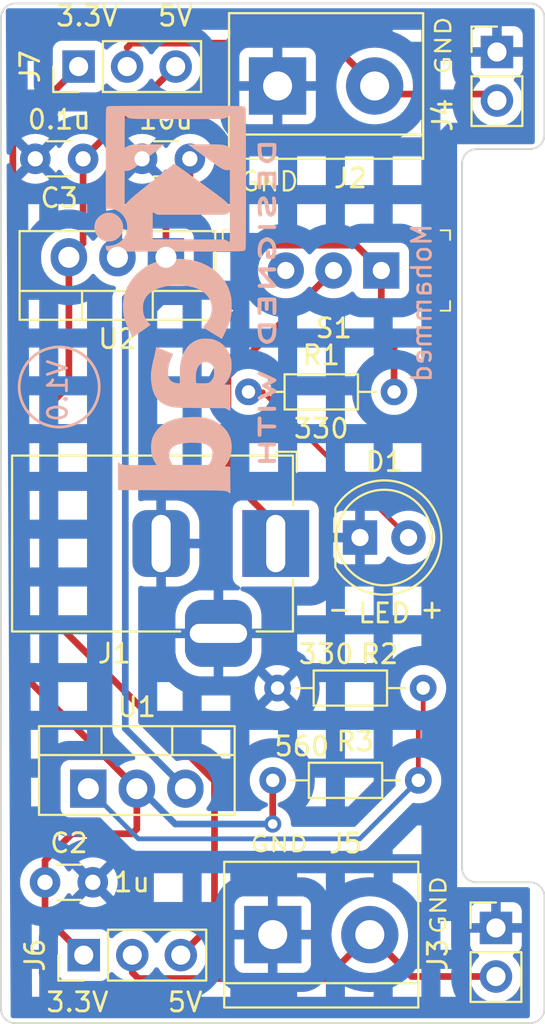
<source format=kicad_pcb>
(kicad_pcb (version 20221018) (generator pcbnew)
  (layers (0 "F.Cu" signal) (31 "B.Cu" signal) (34 "B.Paste" user) (35 "F.Paste" user) (36 "B.SilkS" user "B.Silkscreen") (37 "F.SilkS" user "F.Silkscreen") (38 "B.Mask" user) (39 "F.Mask" user) (44 "Edge.Cuts" user))
  (net 0 "")
  (net 1 "/12V")
  (net 2 "GND")
  (net 3 "/3.3V")
  (net 4 "/5V")
  (net 5 "Net-(D1-A)")
  (net 6 "/PWR_input")
  (net 7 "Net-(U1-ADJ)")
  (net 8 "unconnected-(S1-Pad3)")
  (net 9 "/PWR_out_top")
  (net 10 "/PWR_out_bot")
  (footprint "Connector_PinHeader_2.54mm:PinHeader_1x03_P2.54mm_Vertical" (layer "F.Cu") (at 115.585 105.664 90)
    (fp_text reference "J6" (at 0 -2.555 90) (layer "F.SilkS"))
    (fp_text value "Conn_01x03_Pin" hide)
    (pad "1" thru_hole rect (at 0 0 90) (size 1.7 1.7) (drill 1) (layers "*.Cu" "*.Mask") (net 3 "/3.3V"))
    (pad "2" thru_hole oval (at 0 2.54 90) (size 1.7 1.7) (drill 1) (layers "*.Cu" "*.Mask") (net 10 "/PWR_out_bot"))
    (pad "3" thru_hole oval (at 0 5.08 90) (size 1.7 1.7) (drill 1) (layers "*.Cu" "*.Mask") (net 4 "/5V"))
  )
  (footprint "Resistor_THT:R_Axial_DIN0204_L3.6mm_D1.6mm_P7.62mm_Horizontal" (layer "F.Cu") (at 125.73 91.694)
    (fp_text reference "R2" (at 5.334 -1.778) (layer "F.SilkS"))
    (fp_text value "330" (at 2.54 -1.778) (layer "F.SilkS"))
    (pad "1" thru_hole circle (at 0 0) (size 1.4 1.4) (drill 0.7) (layers "*.Cu" "*.Mask") (net 2 "GND"))
    (pad "2" thru_hole oval (at 7.62 0) (size 1.4 1.4) (drill 0.7) (layers "*.Cu" "*.Mask") (net 7 "Net-(U1-ADJ)"))
  )
  (footprint "Connector_PinHeader_2.54mm:PinHeader_1x02_P2.54mm_Vertical" (layer "F.Cu") (at 137.16 104.2416)
    (fp_text reference "J3" (at -3.048 1.4224 90) (layer "F.SilkS"))
    (fp_text value "Conn_01x02_Pin" hide)
    (pad "1" thru_hole rect locked (at 0 0) (size 1.7 1.7) (drill 1) (layers "*.Cu" "*.Mask") (net 2 "GND"))
    (pad "2" thru_hole oval locked (at 0 2.54) (size 1.7 1.7) (drill 1) (layers "*.Cu" "*.Mask") (net 10 "/PWR_out_bot"))
  )
  (footprint "Capacitor_THT:C_Disc_D3.0mm_W1.6mm_P2.50mm" (layer "F.Cu") (at 121.138 64.008 180)
    (fp_text reference "C1" (at 1.25 -2.05) (layer "F.SilkS"))
    (fp_text value "10u" (at 1.25 2.05) (layer "F.SilkS"))
    (pad "1" thru_hole circle (at 0 0 180) (size 1.6 1.6) (drill 0.8) (layers "*.Cu" "*.Mask") (net 1 "/12V"))
    (pad "2" thru_hole circle (at 2.5 0 180) (size 1.6 1.6) (drill 0.8) (layers "*.Cu" "*.Mask") (net 2 "GND"))
  )
  (footprint "digikey-footprints:Switch_Slide_11.6x4mm_EG1218" (layer "F.Cu") (at 131.158 69.85 180)
    (fp_text reference "S1" (at 2.49 -3.02) (layer "F.SilkS"))
    (fp_text value "EG1218" hide)
    (pad "1" thru_hole rect (at 0 0 180) (size 1.9 1.9) (drill 0.9) (layers "*.Cu" "*.Mask") (net 1 "/12V"))
    (pad "2" thru_hole circle (at 2.5 0 180) (size 1.9 1.9) (drill 0.9) (layers "*.Cu" "*.Mask") (net 6 "/PWR_input"))
    (pad "3" thru_hole circle (at 5 0 180) (size 1.9 1.9) (drill 0.9) (layers "*.Cu" "*.Mask") (net 8 "unconnected-(S1-Pad3)"))
  )
  (footprint "Resistor_THT:R_Axial_DIN0204_L3.6mm_D1.6mm_P7.62mm_Horizontal" (layer "F.Cu") (at 124.206 76.2)
    (fp_text reference "R1" (at 3.81 -1.92) (layer "F.SilkS"))
    (fp_text value "330" (at 3.81 1.92) (layer "F.SilkS"))
    (pad "1" thru_hole circle (at 0 0) (size 1.4 1.4) (drill 0.7) (layers "*.Cu" "*.Mask") (net 5 "Net-(D1-A)"))
    (pad "2" thru_hole oval (at 7.62 0) (size 1.4 1.4) (drill 0.7) (layers "*.Cu" "*.Mask") (net 1 "/12V"))
  )
  (footprint "Package_TO_SOT_THT:TO-220-3_Vertical" (layer "F.Cu") (at 115.824 96.957)
    (fp_text reference "U1" (at 2.54 -4.27) (layer "F.SilkS"))
    (fp_text value "LM317_TO-220" hide)
    (pad "1" thru_hole rect (at 0 0) (size 1.905 2) (drill 1.1) (layers "*.Cu" "*.Mask") (net 7 "Net-(U1-ADJ)"))
    (pad "2" thru_hole oval (at 2.54 0) (size 1.905 2) (drill 1.1) (layers "*.Cu" "*.Mask") (net 3 "/3.3V"))
    (pad "3" thru_hole oval (at 5.08 0) (size 1.905 2) (drill 1.1) (layers "*.Cu" "*.Mask") (net 1 "/12V"))
  )
  (footprint "Connector_PinHeader_2.54mm:PinHeader_1x03_P2.54mm_Vertical" (layer "F.Cu") (at 115.316 59.182 90)
    (fp_text reference "J7" (at 0 -2.54 90) (layer "F.SilkS"))
    (fp_text value "Conn_01x03_Pin" hide)
    (pad "1" thru_hole rect (at 0 0 90) (size 1.7 1.7) (drill 1) (layers "*.Cu" "*.Mask") (net 3 "/3.3V"))
    (pad "2" thru_hole oval (at 0 2.54 90) (size 1.7 1.7) (drill 1) (layers "*.Cu" "*.Mask") (net 9 "/PWR_out_top"))
    (pad "3" thru_hole oval (at 0 5.08 90) (size 1.7 1.7) (drill 1) (layers "*.Cu" "*.Mask") (net 4 "/5V"))
  )
  (footprint "Connector_PinHeader_2.54mm:PinHeader_1x02_P2.54mm_Vertical" (layer "F.Cu") (at 137.2108 58.42)
    (fp_text reference "J4" (at -2.8448 3.302 90) (layer "F.SilkS"))
    (fp_text value "Conn_01x02_Pin" hide)
    (pad "1" thru_hole rect locked (at 0 0) (size 1.7 1.7) (drill 1) (layers "*.Cu" "*.Mask") (net 2 "GND"))
    (pad "2" thru_hole oval locked (at 0 2.54) (size 1.7 1.7) (drill 1) (layers "*.Cu" "*.Mask") (net 9 "/PWR_out_top"))
  )
  (footprint "Resistor_THT:R_Axial_DIN0204_L3.6mm_D1.6mm_P7.62mm_Horizontal" (layer "F.Cu") (at 133.096 96.52 180)
    (fp_text reference "R3" (at 3.302 2.032) (layer "F.SilkS"))
    (fp_text value "560" (at 6.096 1.778) (layer "F.SilkS"))
    (pad "1" thru_hole circle (at 0 0 180) (size 1.4 1.4) (drill 0.7) (layers "*.Cu" "*.Mask") (net 7 "Net-(U1-ADJ)"))
    (pad "2" thru_hole oval (at 7.62 0 180) (size 1.4 1.4) (drill 0.7) (layers "*.Cu" "*.Mask") (net 3 "/3.3V"))
  )
  (footprint "Connector_BarrelJack:BarrelJack_Horizontal" (layer "F.Cu") (at 125.634 84.1325)
    (fp_text reference "J1" (at -8.45 5.75) (layer "F.SilkS"))
    (fp_text value "Barrel_Jack_Switch" hide)
    (pad "1" thru_hole rect (at 0 0) (size 3.5 3.5) (drill oval 1 3) (layers "*.Cu" "*.Mask") (net 6 "/PWR_input"))
    (pad "2" thru_hole roundrect (at -6 0) (size 3 3.5) (drill oval 1 3) (layers "*.Cu" "*.Mask") (net 2 "GND"))
    (pad "3" thru_hole roundrect (at -3 4.7) (size 3.5 3.5) (drill oval 3 1) (layers "*.Cu" "*.Mask") (net 2 "GND"))
  )
  (footprint "TerminalBlock:TerminalBlock_bornier-2_P5.08mm" (layer "F.Cu") (at 125.73 60.198)
    (fp_text reference locked "J2" (at 3.81 4.826) (layer "F.SilkS"))
    (fp_text value "Screw_Terminal_01x02" hide)
    (pad "1" thru_hole rect (at 0 0) (size 3 3) (drill 1.52) (layers "*.Cu" "*.Mask") (net 2 "GND"))
    (pad "2" thru_hole circle (at 5.08 0) (size 3 3) (drill 1.52) (layers "*.Cu" "*.Mask") (net 9 "/PWR_out_top"))
  )
  (footprint "Capacitor_THT:C_Disc_D3.0mm_W1.6mm_P2.50mm" (layer "F.Cu") (at 115.55 64.008 180)
    (fp_text reference "C3" (at 1.25 -2.05) (layer "F.SilkS"))
    (fp_text value "0.1u" (at 1.25 2.05) (layer "F.SilkS"))
    (pad "1" thru_hole circle (at 0 0 180) (size 1.6 1.6) (drill 0.8) (layers "*.Cu" "*.Mask") (net 4 "/5V"))
    (pad "2" thru_hole circle (at 2.5 0 180) (size 1.6 1.6) (drill 0.8) (layers "*.Cu" "*.Mask") (net 2 "GND"))
  )
  (footprint "Capacitor_THT:C_Disc_D3.0mm_W1.6mm_P2.50mm" (layer "F.Cu") (at 113.558 101.854)
    (fp_text reference "C2" (at 1.25 -2.05) (layer "F.SilkS"))
    (fp_text value "1u" (at 4.552 0) (layer "F.SilkS"))
    (pad "1" thru_hole circle (at 0 0) (size 1.6 1.6) (drill 0.8) (layers "*.Cu" "*.Mask") (net 3 "/3.3V"))
    (pad "2" thru_hole circle (at 2.5 0) (size 1.6 1.6) (drill 0.8) (layers "*.Cu" "*.Mask") (net 2 "GND"))
  )
  (footprint "Package_TO_SOT_THT:TO-220-3_Vertical" (layer "F.Cu") (at 119.888 69.159 180)
    (fp_text reference "U2" (at 2.54 -4.27) (layer "F.SilkS"))
    (fp_text value "LM7805_TO220" hide)
    (pad "1" thru_hole rect (at 0 0 180) (size 1.905 2) (drill 1.1) (layers "*.Cu" "*.Mask") (net 1 "/12V"))
    (pad "2" thru_hole oval (at 2.54 0 180) (size 1.905 2) (drill 1.1) (layers "*.Cu" "*.Mask") (net 2 "GND"))
    (pad "3" thru_hole oval (at 5.08 0 180) (size 1.905 2) (drill 1.1) (layers "*.Cu" "*.Mask") (net 4 "/5V"))
  )
  (footprint "LED_THT:LED_D5.0mm" (layer "F.Cu") (at 130.043 83.82)
    (fp_text reference "D1" (at 1.27 -3.96) (layer "F.SilkS"))
    (fp_text value "LED" (at 1.27 3.96) (layer "F.SilkS"))
    (pad "1" thru_hole rect (at 0 0) (size 1.8 1.8) (drill 0.9) (layers "*.Cu" "*.Mask") (net 2 "GND"))
    (pad "2" thru_hole circle (at 2.54 0) (size 1.8 1.8) (drill 0.9) (layers "*.Cu" "*.Mask") (net 5 "Net-(D1-A)"))
  )
  (footprint "TerminalBlock:TerminalBlock_bornier-2_P5.08mm" (layer "F.Cu") (at 125.476 104.5916)
    (fp_text reference "J5" (at 3.81 -4.7696) (layer "F.SilkS"))
    (fp_text value "Screw_Terminal_01x02" hide)
    (pad "1" thru_hole rect (at 0 0) (size 3 3) (drill 1.52) (layers "*.Cu" "*.Mask") (net 2 "GND"))
    (pad "2" thru_hole circle (at 5.08 0) (size 3 3) (drill 1.52) (layers "*.Cu" "*.Mask") (net 10 "/PWR_out_bot"))
  )
  (footprint "Symbol:KiCad-Logo2_8mm_SilkScreen" (layer "B.Cu") (at 120.080424 71.364107 -90)
    (fp_text reference "REF**" hide)
    (fp_text value "KiCad-Logo2_8mm_SilkScreen" hide)
  )
  (gr_circle (center 114.3 75.946) (end 114.808 77.978) (stroke (width 0.15)) (fill none) (layer "B.SilkS"))
  (gr_arc (start 139.7 62.738) (mid 139.476815 63.276815) (end 138.938 63.5) (stroke (width 0.1)) (layer "Edge.Cuts"))
  (gr_arc (start 111.252 56.642) (mid 111.475185 56.103185) (end 112.014 55.88) (stroke (width 0.1)) (layer "Edge.Cuts"))
  (gr_line (start 111.252 56.642) (end 111.252 108.458) (stroke (width 0.1)) (layer "Edge.Cuts"))
  (gr_line (start 139.7 108.458) (end 139.7 102.616) (stroke (width 0.1)) (layer "Edge.Cuts"))
  (gr_arc (start 135.382 64.262) (mid 135.605185 63.723185) (end 136.144 63.5) (stroke (width 0.1)) (layer "Edge.Cuts"))
  (gr_line (start 135.382 101.092) (end 135.382 64.262) (stroke (width 0.1)) (layer "Edge.Cuts"))
  (gr_line (start 138.938 101.854) (end 136.144 101.854) (stroke (width 0.1)) (layer "Edge.Cuts"))
  (gr_line (start 112.014 109.22) (end 138.938 109.22) (stroke (width 0.1)) (layer "Edge.Cuts"))
  (gr_arc (start 139.7 108.458) (mid 139.476815 108.996815) (end 138.938 109.22) (stroke (width 0.1)) (layer "Edge.Cuts"))
  (gr_line (start 136.144 63.5) (end 138.938 63.5) (stroke (width 0.1)) (layer "Edge.Cuts"))
  (gr_arc (start 138.938 55.88) (mid 139.476815 56.103185) (end 139.7 56.642) (stroke (width 0.1)) (layer "Edge.Cuts"))
  (gr_arc (start 112.014 109.22) (mid 111.475185 108.996815) (end 111.252 108.458) (stroke (width 0.1)) (layer "Edge.Cuts"))
  (gr_arc (start 136.144 101.854) (mid 135.605185 101.630815) (end 135.382 101.092) (stroke (width 0.1)) (layer "Edge.Cuts"))
  (gr_line (start 139.7 62.738) (end 139.7 56.642) (stroke (width 0.1)) (layer "Edge.Cuts"))
  (gr_arc (start 138.938 101.854) (mid 139.476815 102.077185) (end 139.7 102.616) (stroke (width 0.1)) (layer "Edge.Cuts"))
  (gr_line (start 138.938 55.88) (end 112.014 55.88) (stroke (width 0.1)) (layer "Edge.Cuts"))
  (gr_text "Mohammed" (at 133.858 67.31 90) (layer "B.SilkS") (effects (font (size 1 1)) (justify left bottom mirror)))
  (gr_text "V1.0" (at 114.808 74.422 90) (layer "B.SilkS") (effects (font (size 1 1)) (justify left bottom mirror)))
  (gr_text "GND" (at 134.874 59.69 90) (layer "F.SilkS") (effects (font (size 0.8 1) (thickness 0.125)) (justify left bottom)))
  (gr_text "GND" (at 123.698 65.786) (layer "F.SilkS") (effects (font (size 1 1) (thickness 0.125)) (justify left bottom)))
  (gr_text "-" (at 128.27 88.138) (layer "F.SilkS") (effects (font (size 1 1)) (justify left bottom)))
  (gr_text "GND" (at 134.62 104.648 90) (layer "F.SilkS") (effects (font (size 0.8 1) (thickness 0.125)) (justify left bottom)))
  (gr_text "+" (at 133.096 88.138) (layer "F.SilkS") (effects (font (size 1 1)) (justify left bottom)))
  (gr_text "GND" (at 124.206 100.33) (layer "F.SilkS") (effects (font (size 0.8 1) (thickness 0.125)) (justify left bottom)))
  (gr_text "3.3V" (at 114.046 57.15) (layer "F.SilkS") (effects (font (size 1 1)) (justify left bottom)))
  (gr_text "3.3V" (at 113.538 108.712) (layer "F.SilkS") (effects (font (size 1 1)) (justify left bottom)))
  (gr_text "5V" (at 119.38 57.15) (layer "F.SilkS") (effects (font (size 1 1)) (justify left bottom)))
  (gr_text "5V" (at 119.888 108.712) (layer "F.SilkS") (effects (font (size 1 1)) (justify left bottom)))
  (segment (start 131.158 69.85) (end 131.158 73.246) (width 0.35) (layer "F.Cu") (net 1))
  (segment (start 121.138 65.806) (end 119.888 67.056) (width 0.35) (layer "F.Cu") (net 1))
  (segment (start 131.826 73.914) (end 131.158 73.246) (width 0.35) (layer "F.Cu") (net 1))
  (segment (start 131.158 69.85) (end 129.833 68.525) (width 0.35) (layer "F.Cu") (net 1))
  (segment (start 119.888 67.056) (end 119.888 69.159) (width 0.35) (layer "F.Cu") (net 1))
  (segment (start 131.826 76.2) (end 131.826 73.914) (width 0.35) (layer "F.Cu") (net 1))
  (segment (start 120.522 68.525) (end 119.888 69.159) (width 0.35) (layer "F.Cu") (net 1))
  (segment (start 121.138 64.008) (end 121.138 65.806) (width 0.35) (layer "F.Cu") (net 1))
  (segment (start 129.833 68.525) (end 120.522 68.525) (width 0.35) (layer "F.Cu") (net 1))
  (segment (start 117.759 93.812) (end 120.904 96.957) (width 0.35) (layer "B.Cu") (net 1))
  (segment (start 117.759 71.288) (end 117.759 93.812) (width 0.35) (layer "B.Cu") (net 1))
  (segment (start 119.888 69.159) (end 117.759 71.288) (width 0.35) (layer "B.Cu") (net 1))
  (segment (start 118.364 96.957) (end 118.364 99.06) (width 0.35) (layer "F.Cu") (net 3))
  (segment (start 118.364 99.06) (end 118.11 99.314) (width 0.35) (layer "F.Cu") (net 3))
  (segment (start 115.316 59.705) (end 115.316 58.674) (width 0.35) (layer "F.Cu") (net 3))
  (segment (start 111.875 62.623) (end 115.316 59.182) (width 0.35) (layer "F.Cu") (net 3))
  (segment (start 125.476 96.52) (end 125.476 98.806) (width 0.35) (layer "F.Cu") (net 3))
  (segment (start 113.558 100.72263) (end 113.558 101.854) (width 0.35) (layer "F.Cu") (net 3))
  (segment (start 113.558 103.637) (end 113.558 101.854) (width 0.35) (layer "F.Cu") (net 3))
  (segment (start 115.585 105.664) (end 113.558 103.637) (width 0.35) (layer "F.Cu") (net 3))
  (segment (start 118.364 96.957) (end 111.875 90.468) (width 0.35) (layer "F.Cu") (net 3))
  (segment (start 111.875 90.468) (end 111.875 62.623) (width 0.35) (layer "F.Cu") (net 3))
  (segment (start 118.11 99.314) (end 114.96663 99.314) (width 0.35) (layer "F.Cu") (net 3))
  (segment (start 114.96663 99.314) (end 113.558 100.72263) (width 0.35) (layer "F.Cu") (net 3))
  (via (at 125.476 98.806) (size 0.9) (drill 0.5) (layers "F.Cu" "B.Cu") (net 3))
  (segment (start 125.476 98.806) (end 120.3755 98.806) (width 0.35) (layer "B.Cu") (net 3))
  (segment (start 120.3755 98.806) (end 118.5265 96.957) (width 0.35) (layer "B.Cu") (net 3))
  (segment (start 118.5265 96.957) (end 118.364 96.957) (width 0.35) (layer "B.Cu") (net 3))
  (segment (start 115.55 64.008) (end 120.376 59.182) (width 0.35) (layer "F.Cu") (net 4))
  (segment (start 114.808 75.875) (end 114.046 76.637) (width 0.35) (layer "F.Cu") (net 4))
  (segment (start 114.808 69.159) (end 114.808 75.875) (width 0.35) (layer "F.Cu") (net 4))
  (segment (start 120.396 59.162) (end 120.396 58.674) (width 0.35) (layer "F.Cu") (net 4))
  (segment (start 114.046 88.174131) (end 122.428 96.556131) (width 0.35) (layer "F.Cu") (net 4))
  (segment (start 114.046 76.637) (end 114.046 88.174131) (width 0.35) (layer "F.Cu") (net 4))
  (segment (start 120.665 105.664) (end 122.428 103.901) (width 0.35) (layer "F.Cu") (net 4))
  (segment (start 115.55 68.417) (end 115.55 64.008) (width 0.35) (layer "F.Cu") (net 4))
  (segment (start 120.376 59.182) (end 120.396 59.182) (width 0.35) (layer "F.Cu") (net 4))
  (segment (start 116.093 64.008) (end 115.55 64.008) (width 0.35) (layer "F.Cu") (net 4))
  (segment (start 115.55 68.417) (end 114.808 69.159) (width 0.35) (layer "F.Cu") (net 4))
  (segment (start 122.428 103.901) (end 122.428 96.556131) (width 0.35) (layer "F.Cu") (net 4))
  (segment (start 124.206 76.2) (end 124.963 76.2) (width 0.25) (layer "F.Cu") (net 5))
  (segment (start 124.963 76.2) (end 132.583 83.82) (width 0.25) (layer "F.Cu") (net 5))
  (segment (start 123.131 80.6135) (end 125.634 83.1165) (width 0.35) (layer "F.Cu") (net 6))
  (segment (start 123.131 75.377) (end 123.131 80.6135) (width 0.35) (layer "F.Cu") (net 6))
  (segment (start 128.658 69.85) (end 123.131 75.377) (width 0.35) (layer "F.Cu") (net 6))
  (segment (start 133.096 93.218) (end 133.096 96.52) (width 0.25) (layer "F.Cu") (net 7))
  (segment (start 133.35 92.964) (end 133.096 93.218) (width 0.25) (layer "F.Cu") (net 7))
  (segment (start 133.35 91.694) (end 133.35 92.964) (width 0.25) (layer "F.Cu") (net 7))
  (segment (start 118.448 99.581) (end 115.824 96.957) (width 0.25) (layer "B.Cu") (net 7))
  (segment (start 133.096 96.52) (end 130.035 99.581) (width 0.25) (layer "B.Cu") (net 7))
  (segment (start 130.035 99.581) (end 118.448 99.581) (width 0.25) (layer "B.Cu") (net 7))
  (segment (start 126.652 69.522) (end 126.652 69.85) (width 0.35) (layer "F.Cu") (net 8))
  (segment (start 136.8708 60.62) (end 137.2108 60.96) (width 0.35) (layer "F.Cu") (net 9))
  (segment (start 132.08 60.62) (end 136.8708 60.62) (width 0.35) (layer "F.Cu") (net 9))
  (segment (start 128.569 57.957) (end 118.085819 57.957) (width 0.35) (layer "F.Cu") (net 9))
  (segment (start 118.085819 57.957) (end 117.856 58.186819) (width 0.35) (layer "F.Cu") (net 9))
  (segment (start 130.81 60.198) (end 128.569 57.957) (width 0.35) (layer "F.Cu") (net 9))
  (segment (start 130.556 104.5916) (end 128.2586 106.889) (width 0.35) (layer "F.Cu") (net 10))
  (segment (start 118.445181 106.889) (end 118.125 106.568819) (width 0.35) (layer "F.Cu") (net 10))
  (segment (start 137.16 106.7816) (end 132.746 106.7816) (width 0.35) (layer "F.Cu") (net 10))
  (segment (start 128.2586 106.889) (end 118.445181 106.889) (width 0.35) (layer "F.Cu") (net 10))
  (segment (start 132.746 106.7816) (end 130.556 104.5916) (width 0.35) (layer "F.Cu") (net 10))
  (zone (net 2) (net_name "GND") (layer "B.Cu") (connect_pads (clearance 0.5)) (min_thickness 0.25) (fill yes (mode hatch) (thermal_gap 0.5) (thermal_bridge_width 0.5) (hatch_thickness 1) (hatch_gap 1.5) (hatch_orientation 0) (hatch_border_algorithm hatch_thickness) (hatch_min_hole_area 0.3))
    (polygon (pts (xy 139.192 56.134) (xy 111.506 56.134) (xy 111.76 108.966) (xy 138.938 108.966) (xy 138.938 102.108) (xy 135.128 102.108) (xy 135.128 63.246) (xy 139.192 63.246)))
  )
)
</source>
